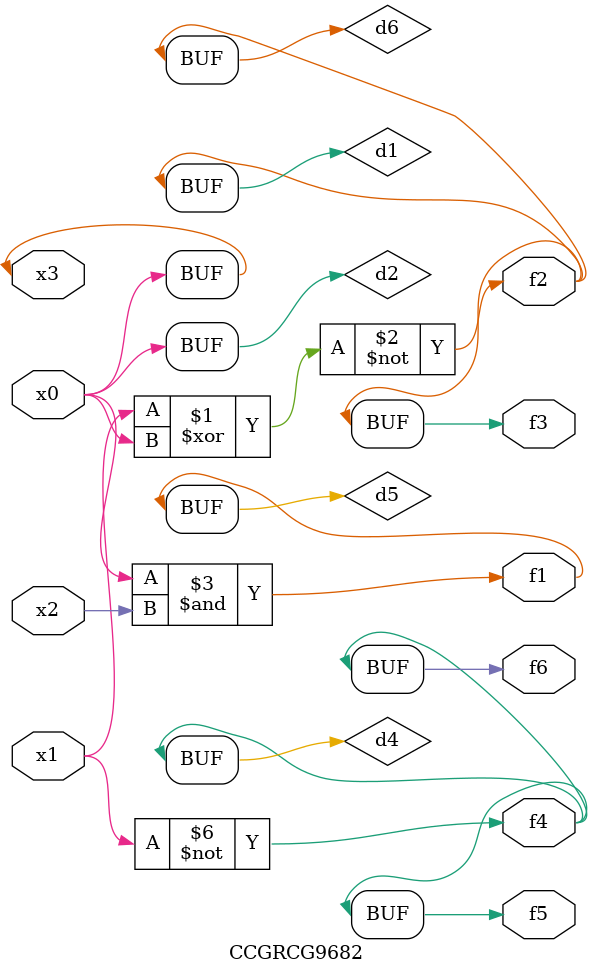
<source format=v>
module CCGRCG9682(
	input x0, x1, x2, x3,
	output f1, f2, f3, f4, f5, f6
);

	wire d1, d2, d3, d4, d5, d6;

	xnor (d1, x1, x3);
	buf (d2, x0, x3);
	nand (d3, x0, x2);
	not (d4, x1);
	nand (d5, d3);
	or (d6, d1);
	assign f1 = d5;
	assign f2 = d6;
	assign f3 = d6;
	assign f4 = d4;
	assign f5 = d4;
	assign f6 = d4;
endmodule

</source>
